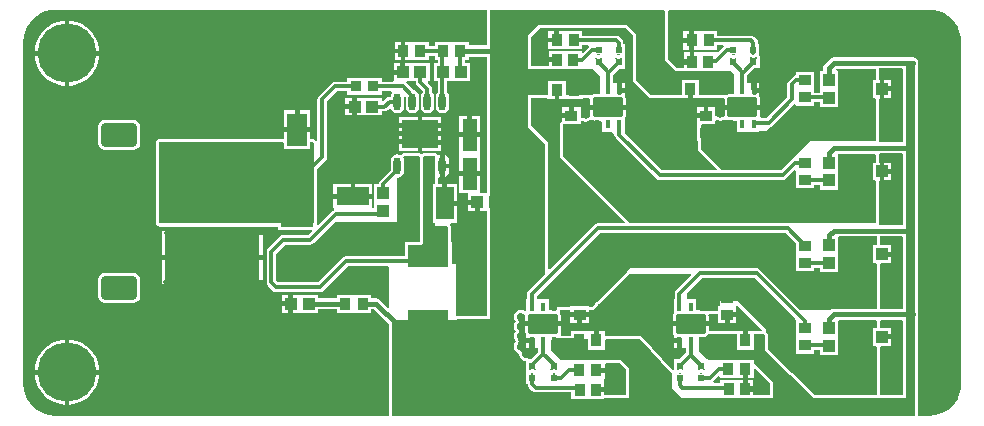
<source format=gtl>
G04 Layer_Physical_Order=1*
G04 Layer_Color=35562*
%FSAX24Y24*%
%MOIN*%
G70*
G01*
G75*
G04:AMPARAMS|DCode=10|XSize=98.4mil|YSize=68.9mil|CornerRadius=6.9mil|HoleSize=0mil|Usage=FLASHONLY|Rotation=180.000|XOffset=0mil|YOffset=0mil|HoleType=Round|Shape=RoundedRectangle|*
%AMROUNDEDRECTD10*
21,1,0.0984,0.0551,0,0,180.0*
21,1,0.0846,0.0689,0,0,180.0*
1,1,0.0138,-0.0423,0.0276*
1,1,0.0138,0.0423,0.0276*
1,1,0.0138,0.0423,-0.0276*
1,1,0.0138,-0.0423,-0.0276*
%
%ADD10ROUNDEDRECTD10*%
%ADD11R,0.0177X0.0307*%
%ADD12R,0.0413X0.0394*%
%ADD13R,0.0354X0.0413*%
%ADD14R,0.1220X0.0945*%
%ADD15O,0.0236X0.0571*%
%ADD16R,0.0394X0.0413*%
%ADD17R,0.0512X0.1063*%
%ADD18R,0.0591X0.1102*%
%ADD19R,0.1102X0.0591*%
%ADD20R,0.0374X0.0413*%
%ADD21R,0.0413X0.0374*%
%ADD22R,0.1080X0.0850*%
%ADD23R,0.0669X0.1102*%
%ADD24R,0.1350X0.0720*%
%ADD25R,0.0374X0.0374*%
%ADD26R,0.0413X0.0354*%
%ADD27R,0.0217X0.0217*%
%ADD28R,0.3150X0.1575*%
%ADD29C,0.0118*%
%ADD30C,0.0157*%
%ADD31C,0.0177*%
%ADD32C,0.0394*%
%ADD33R,0.0394X0.0394*%
%ADD34C,0.1969*%
G04:AMPARAMS|DCode=35|XSize=78.7mil|YSize=118.1mil|CornerRadius=11.8mil|HoleSize=0mil|Usage=FLASHONLY|Rotation=90.000|XOffset=0mil|YOffset=0mil|HoleType=Round|Shape=RoundedRectangle|*
%AMROUNDEDRECTD35*
21,1,0.0787,0.0945,0,0,90.0*
21,1,0.0551,0.1181,0,0,90.0*
1,1,0.0236,0.0472,0.0276*
1,1,0.0236,0.0472,-0.0276*
1,1,0.0236,-0.0472,-0.0276*
1,1,0.0236,-0.0472,0.0276*
%
%ADD35ROUNDEDRECTD35*%
%ADD36C,0.0256*%
%ADD37C,0.0236*%
%ADD38C,0.0276*%
G36*
X037942Y011635D02*
X037918Y011635D01*
X037855Y011675D01*
X037835Y011685D01*
X037751Y011635D01*
X037726Y011635D01*
X037726Y011686D01*
X037942Y011687D01*
X037942Y011635D01*
D02*
G37*
G36*
X037233D02*
X037209Y011635D01*
X037146Y011675D01*
X037126Y011685D01*
X037043Y011635D01*
X037017Y011635D01*
X037017Y011686D01*
X037233Y011687D01*
X037233Y011635D01*
D02*
G37*
G36*
X045433Y023657D02*
Y023657D01*
X045482Y023654D01*
X045599Y023645D01*
X045761Y023606D01*
X045914Y023543D01*
X046056Y023456D01*
X046182Y023348D01*
X046290Y023221D01*
X046377Y023080D01*
X046441Y022926D01*
X046480Y022764D01*
X046489Y022647D01*
X046492Y022598D01*
X046492D01*
X046492Y022598D01*
X046492Y011231D01*
X046492Y011181D01*
X046492Y011181D01*
Y011181D01*
Y011181D01*
X046489Y011132D01*
X046480Y011015D01*
X046441Y010854D01*
X046377Y010700D01*
X046290Y010558D01*
X046182Y010432D01*
X046056Y010324D01*
X045914Y010237D01*
X045761Y010173D01*
X045599Y010134D01*
X045435Y010122D01*
X045433Y010122D01*
X045098D01*
X045063Y010157D01*
Y013496D01*
X045064Y013504D01*
X045063Y013512D01*
X045063Y021882D01*
X045064Y021890D01*
X045063Y021898D01*
Y021929D01*
X045055Y021968D01*
X045033Y022001D01*
X045014Y022014D01*
X045011Y022019D01*
X044952Y022058D01*
X044882Y022072D01*
X042244D01*
X042174Y022058D01*
X042115Y022019D01*
X042115Y022019D01*
X041958Y021861D01*
X041918Y021802D01*
X041904Y021732D01*
X041904Y021732D01*
Y021626D01*
X041790D01*
Y021012D01*
Y020900D01*
X041606D01*
Y021015D01*
X041606D01*
Y021032D01*
X041606D01*
Y021586D01*
X040993D01*
Y021471D01*
X040932Y021459D01*
X040879Y021424D01*
X040751Y021296D01*
X040716Y021243D01*
X040704Y021181D01*
Y020736D01*
X040024Y020057D01*
X039838D01*
X039797Y020107D01*
X039802Y020131D01*
Y020328D01*
X038611D01*
Y020131D01*
X038593Y020109D01*
X038566Y020100D01*
X038560D01*
X038551Y020096D01*
X038541Y020094D01*
X038533Y020089D01*
X038524Y020085D01*
X038514Y020078D01*
X038465Y020068D01*
X038415Y020078D01*
X038406Y020085D01*
X038396Y020089D01*
X038388Y020094D01*
X038378Y020096D01*
X038369Y020100D01*
X038359D01*
X038349Y020102D01*
X038334D01*
X038299Y020131D01*
Y020415D01*
X038071D01*
Y020128D01*
X037992D01*
Y020049D01*
X037685D01*
Y019841D01*
Y019270D01*
X037733D01*
Y019016D01*
X037740Y018977D01*
X037763Y018944D01*
X038348Y018358D01*
X038329Y018312D01*
X036510D01*
X035284Y019537D01*
X035281Y019586D01*
X035281Y019586D01*
X035281Y019586D01*
Y020035D01*
X035300Y020065D01*
X035314Y020131D01*
Y020328D01*
X034123D01*
Y020131D01*
X034121Y020093D01*
X034108Y020088D01*
X034096Y020085D01*
X034090Y020080D01*
X034084Y020078D01*
X034026Y020039D01*
X033976Y020029D01*
X033927Y020039D01*
X033917Y020045D01*
X033903Y020051D01*
X033890Y020058D01*
X033885Y020059D01*
X033881Y020061D01*
X033866D01*
X033851Y020062D01*
X033827Y020079D01*
X033811Y020102D01*
Y020415D01*
X033583D01*
Y020128D01*
X033504D01*
Y020049D01*
X033197D01*
Y019937D01*
X033189Y019935D01*
X033156Y019913D01*
X033134Y019880D01*
X033126Y019841D01*
X033126Y018780D01*
X033134Y018741D01*
X033156Y018707D01*
X035277Y016586D01*
X035258Y016540D01*
X034384D01*
X034322Y016528D01*
X034270Y016493D01*
X032786Y015009D01*
X032740Y015028D01*
X032740Y019173D01*
X032732Y019212D01*
X032710Y019245D01*
X032149Y019806D01*
Y020725D01*
X032699D01*
X032735Y020689D01*
Y020678D01*
X032943D01*
Y020984D01*
X033100D01*
Y020678D01*
X033880D01*
Y020725D01*
X034092D01*
X034115Y020696D01*
X034123Y020675D01*
Y020485D01*
X035314D01*
Y020682D01*
X035300Y020748D01*
X035281Y020777D01*
Y020894D01*
X035092D01*
Y020973D01*
X035013D01*
Y021227D01*
X034880D01*
Y021479D01*
X035101Y021699D01*
X035288D01*
Y022006D01*
X035290Y022015D01*
X035290Y022066D01*
X035290Y022066D01*
X035290Y022066D01*
X035288Y022074D01*
Y022116D01*
X035287D01*
Y022511D01*
X035241D01*
Y022559D01*
X035229Y022621D01*
X035193Y022674D01*
X035115Y022752D01*
X035062Y022788D01*
X035000Y022800D01*
X033863D01*
Y022957D01*
X033343D01*
X033309Y022957D01*
X033301D01*
X033293D01*
X033259Y022957D01*
X033094D01*
Y022650D01*
X033015D01*
Y022572D01*
X032738D01*
Y022344D01*
X033259D01*
X033293Y022344D01*
X033301D01*
X033309D01*
X033343Y022344D01*
X033863D01*
Y022476D01*
X034075D01*
X034090Y022426D01*
X034078Y022418D01*
X033890Y022229D01*
X033844Y022249D01*
Y022288D01*
X032758D01*
Y022060D01*
X033035D01*
Y021902D01*
X032758D01*
Y021810D01*
X032739Y021795D01*
X032185Y021795D01*
X032149Y021830D01*
Y022753D01*
X032444Y023048D01*
X035308Y023048D01*
X035567Y022809D01*
X035567Y021312D01*
X035575Y021273D01*
X035597Y021240D01*
X036083Y020755D01*
X036116Y020733D01*
X036155Y020725D01*
X037148Y020725D01*
X037169Y020729D01*
X037183Y020717D01*
Y020717D01*
X037392D01*
Y021024D01*
X037549D01*
Y020717D01*
X038328D01*
Y020717D01*
X038336Y020725D01*
X038580D01*
X038612Y020686D01*
X038611Y020682D01*
Y020485D01*
X039802D01*
Y020682D01*
X039789Y020748D01*
X039769Y020777D01*
Y020894D01*
X039580D01*
Y020973D01*
X039502D01*
Y021227D01*
X039368D01*
Y021481D01*
X039375Y021485D01*
X039599Y021709D01*
X039776D01*
Y022016D01*
X039778Y022025D01*
X039778Y022076D01*
X039778Y022076D01*
X039778Y022076D01*
X039776Y022084D01*
Y022126D01*
X039775D01*
Y022521D01*
X039729D01*
Y022559D01*
X039717Y022621D01*
X039682Y022674D01*
X039603Y022752D01*
X039550Y022788D01*
X039488Y022800D01*
X038358D01*
Y022944D01*
X037837D01*
X037804Y022944D01*
X037795D01*
X037787D01*
X037754Y022944D01*
X037589D01*
Y022638D01*
Y022331D01*
X037754D01*
X037787Y022331D01*
X037795D01*
X037804D01*
X037837Y022331D01*
X038358D01*
Y022476D01*
X038563D01*
X038578Y022426D01*
X038566Y022418D01*
X038385Y022237D01*
X038338Y022236D01*
Y022236D01*
X038338Y022236D01*
X037608D01*
Y021929D01*
X037530D01*
Y021850D01*
X037252D01*
Y021751D01*
X037217Y021716D01*
X037005D01*
X036716Y022010D01*
Y023307D01*
X036716Y023307D01*
Y023622D01*
X036745Y023658D01*
X045433Y023658D01*
X045433Y023657D01*
D02*
G37*
G36*
X036614Y023622D02*
Y023307D01*
X036614D01*
Y021968D01*
X036962Y021614D01*
X038819Y021614D01*
X038937Y021496D01*
X038937Y020889D01*
X038902Y020854D01*
X038783D01*
X038717Y020841D01*
X038696Y020827D01*
X037757Y020827D01*
Y021330D01*
X037183D01*
Y020862D01*
X037148Y020827D01*
X036155Y020827D01*
X035669Y021312D01*
X035669Y022854D01*
X035347Y023150D01*
X032402Y023150D01*
X032047Y022795D01*
Y021693D01*
X032739Y021693D01*
X032758Y021674D01*
Y021674D01*
X033844D01*
Y021693D01*
X034213D01*
X034449Y021457D01*
Y020854D01*
X034295D01*
X034229Y020841D01*
X034208Y020827D01*
X033344Y020827D01*
X033309Y020862D01*
Y021291D01*
X032735D01*
Y020827D01*
X032047D01*
Y019764D01*
X032638Y019173D01*
X032638Y014861D01*
X032070Y014293D01*
X032035Y014241D01*
X032023Y014179D01*
Y014009D01*
X031996D01*
Y013636D01*
X031946Y013609D01*
X031900Y013640D01*
X031811Y013658D01*
X031722Y013640D01*
X031647Y013590D01*
X031596Y013514D01*
X031579Y013425D01*
X031596Y013336D01*
X031642Y013268D01*
X031596Y013199D01*
X031579Y013110D01*
X031596Y013021D01*
X031642Y012953D01*
X031596Y012884D01*
X031579Y012795D01*
X031596Y012706D01*
X031631Y012655D01*
X031643Y012618D01*
X031631Y012581D01*
X031596Y012530D01*
X031579Y012441D01*
X031596Y012352D01*
X031647Y012277D01*
X031722Y012226D01*
X031740Y012223D01*
X031765Y012185D01*
X031784Y012092D01*
X031836Y012014D01*
X031915Y011961D01*
X031996Y011945D01*
Y011694D01*
X031994Y011686D01*
X031994Y011635D01*
X031994Y011635D01*
X031994Y011635D01*
X031996Y011627D01*
Y011585D01*
X031996D01*
Y011189D01*
X032043D01*
Y011181D01*
X032055Y011119D01*
X032090Y011066D01*
X032208Y010948D01*
X032261Y010913D01*
X032323Y010901D01*
X033506D01*
Y010690D01*
X034592D01*
Y010709D01*
X035433D01*
X035433Y011693D01*
X035157Y011968D01*
X033150Y011969D01*
X033121Y011997D01*
Y012002D01*
X033116D01*
X032835Y012283D01*
X032835Y012642D01*
X032870Y012677D01*
X034054D01*
Y012331D01*
X034628D01*
Y012642D01*
X034663Y012677D01*
X035787D01*
X036850Y011508D01*
X036850Y011063D01*
X037205Y010709D01*
X040236Y010709D01*
Y011225D01*
X039578Y011893D01*
Y012000D01*
X039024D01*
Y012000D01*
X039007D01*
Y012000D01*
X038453D01*
Y011968D01*
X038071D01*
X038042Y011997D01*
Y012002D01*
X038038D01*
X037756Y012283D01*
Y012741D01*
X037904D01*
X037969Y012754D01*
X038025Y012792D01*
X038054Y012835D01*
X039014D01*
Y012331D01*
X039588D01*
Y012835D01*
X039927D01*
X039962Y012799D01*
X039960Y012274D01*
X041582Y010716D01*
X041579Y010709D01*
X044646Y010709D01*
X044646Y021894D01*
X044681Y021929D01*
X044961Y021929D01*
X044961Y010122D01*
X035468Y010122D01*
X030508D01*
X027520D01*
X027520Y013259D01*
X027570Y013307D01*
X029646D01*
Y013311D01*
X029681Y013346D01*
X030787Y013346D01*
X030787Y023657D01*
X036579Y023658D01*
X036614Y023622D01*
D02*
G37*
G36*
X037915Y011505D02*
X037755D01*
X037835Y011565D01*
X037915Y011505D01*
D02*
G37*
G36*
X037206D02*
X037046D01*
X037126Y011565D01*
X037206Y011505D01*
D02*
G37*
G36*
X033020Y011635D02*
X032996Y011635D01*
X032933Y011675D01*
X032913Y011685D01*
X032830Y011635D01*
X032805Y011635D01*
X032805Y011686D01*
X033020Y011687D01*
X033020Y011635D01*
D02*
G37*
G36*
X032312D02*
X032288Y011635D01*
X032225Y011675D01*
X032205Y011685D01*
X032121Y011635D01*
X032096Y011635D01*
X032096Y011686D01*
X032312Y011687D01*
X032312Y011635D01*
D02*
G37*
G36*
X043661Y021693D02*
Y021320D01*
X043561D01*
Y020727D01*
X043626D01*
X043661Y020691D01*
X043661Y019327D01*
X043626Y019291D01*
X041457Y019291D01*
X040996Y018830D01*
X040993D01*
Y018827D01*
X040477Y018312D01*
X038539D01*
X037835Y019016D01*
X037835Y019806D01*
X037870Y019841D01*
X038299D01*
Y019965D01*
X038334Y020000D01*
X038349D01*
X038376Y019982D01*
X038465Y019964D01*
X038554Y019982D01*
X038580Y020000D01*
X038675D01*
X038717Y019972D01*
X038783Y019958D01*
X039018D01*
Y019586D01*
X039769D01*
Y019606D01*
X040000D01*
X040135Y019741D01*
X040153Y019745D01*
X040206Y019780D01*
X040943Y020516D01*
X040993Y020496D01*
Y020461D01*
X041606D01*
Y020576D01*
X041790D01*
Y020422D01*
X042383D01*
Y021012D01*
Y021626D01*
X042348D01*
X042322Y021676D01*
X042335Y021693D01*
X043661Y021693D01*
D02*
G37*
G36*
X044544Y016082D02*
Y013686D01*
X043832D01*
X043803Y013722D01*
X043803Y015180D01*
X043838Y015215D01*
X044155D01*
Y015433D01*
X043858D01*
Y015591D01*
X044155D01*
Y015809D01*
X043832D01*
X043803Y015844D01*
Y016102D01*
X043815Y016117D01*
X044508D01*
X044544Y016082D01*
D02*
G37*
G36*
X040993Y015875D02*
Y015520D01*
X040993D01*
Y015504D01*
X040993D01*
Y014949D01*
X041606D01*
Y015064D01*
X041790D01*
Y014910D01*
X042383D01*
Y015500D01*
Y016067D01*
X042419Y016102D01*
X043651D01*
X043701Y016102D01*
Y015844D01*
X043701Y015844D01*
X043665Y015809D01*
X043561D01*
Y015215D01*
X043669D01*
X043701Y015180D01*
X043701Y013957D01*
Y013722D01*
X043665Y013686D01*
X042244D01*
X042174Y013672D01*
X042158Y013661D01*
X041135Y013661D01*
X039800Y014997D01*
X039747Y015032D01*
X039685Y015044D01*
X037795D01*
X037772Y015039D01*
X035472Y015039D01*
X035364Y014931D01*
X034365Y013932D01*
X034361Y013929D01*
X034324Y013905D01*
X034313Y013888D01*
X034313Y013888D01*
X034302Y013871D01*
X034302Y013871D01*
X034296Y013863D01*
X034180Y013747D01*
X034172Y013742D01*
X034163Y013740D01*
X034086D01*
Y013781D01*
X033473D01*
Y013740D01*
X033031D01*
Y013678D01*
X033002Y013642D01*
X032982Y013637D01*
X032748D01*
Y014009D01*
X032347D01*
Y014111D01*
X034452Y016216D01*
X040651D01*
X040993Y015875D01*
D02*
G37*
G36*
X024921Y019217D02*
X024921Y016535D01*
X019799Y016535D01*
X019764Y016571D01*
X019764Y019252D01*
X023900Y019252D01*
X023935Y019217D01*
Y019004D01*
X024805D01*
Y019252D01*
X024886D01*
X024921Y019217D01*
D02*
G37*
G36*
X044544Y021672D02*
Y019237D01*
X043782D01*
X043755Y019287D01*
X043756Y019288D01*
X043763Y019327D01*
X043763Y020691D01*
X043780Y020711D01*
Y021024D01*
Y021320D01*
X043763D01*
Y021693D01*
X043775Y021708D01*
X044508D01*
X044544Y021672D01*
D02*
G37*
G36*
X028456Y018744D02*
X028456Y015921D01*
X027965D01*
Y015438D01*
X025984D01*
X025922Y015425D01*
X025870Y015390D01*
X025051Y014572D01*
X023729D01*
X023666Y014634D01*
Y015523D01*
X023965Y015822D01*
X024803D01*
X024865Y015834D01*
X024918Y015870D01*
X025623Y016575D01*
X027708Y016575D01*
X027708Y018065D01*
X027791Y018082D01*
X027863Y018130D01*
X027911Y018202D01*
X027928Y018287D01*
Y018622D01*
X027911Y018707D01*
X027896Y018730D01*
X027923Y018780D01*
X028420Y018780D01*
X028456Y018744D01*
D02*
G37*
G36*
X028968Y018780D02*
X028968Y017891D01*
X028932Y017856D01*
X028887D01*
Y016554D01*
X028968D01*
Y016457D01*
X029365Y016457D01*
X029401Y016421D01*
X029401Y015433D01*
X028491Y015433D01*
X028456Y015468D01*
Y015819D01*
X028495Y015827D01*
X028528Y015849D01*
X028550Y015882D01*
X028558Y015921D01*
X028558Y018730D01*
X028593Y018780D01*
X028968Y018780D01*
D02*
G37*
G36*
X037497Y014812D02*
X036992Y014308D01*
X036956Y014255D01*
X036944Y014193D01*
Y014009D01*
X036918D01*
Y013560D01*
X036898Y013530D01*
X036885Y013465D01*
Y013268D01*
X038076D01*
Y013465D01*
X038072Y013481D01*
X038104Y013520D01*
X038394D01*
Y013207D01*
X038622D01*
Y013494D01*
X038701D01*
Y013573D01*
X039007D01*
Y013770D01*
X039025Y013782D01*
X039057Y013790D01*
X039219Y013629D01*
X039861Y012987D01*
X039841Y012937D01*
X039588D01*
Y012944D01*
X039380D01*
Y012638D01*
X039222D01*
Y012944D01*
X038443D01*
Y012937D01*
X038076D01*
Y013110D01*
X036885D01*
Y012913D01*
X036898Y012847D01*
X036918Y012818D01*
Y012701D01*
X037106D01*
Y012622D01*
X037185D01*
Y012369D01*
X037318D01*
Y012216D01*
X037104Y012002D01*
X036917D01*
Y011694D01*
X036915Y011686D01*
X036915Y011662D01*
X036865Y011643D01*
X035863Y012746D01*
X035861Y012747D01*
X035859Y012749D01*
X035845Y012759D01*
X035831Y012769D01*
X035828Y012770D01*
X035826Y012771D01*
X035809Y012775D01*
X035792Y012779D01*
X035790Y012779D01*
X035787Y012779D01*
X034663D01*
X034628Y012808D01*
Y012944D01*
X034419D01*
Y012638D01*
X034262D01*
Y012944D01*
X033483D01*
Y012800D01*
X033170D01*
X033142Y012847D01*
X033142Y012850D01*
X033154Y012913D01*
Y013110D01*
X031964D01*
Y012913D01*
X031977Y012847D01*
X031996Y012818D01*
Y012701D01*
X032185D01*
Y012622D01*
X032264D01*
Y012369D01*
X032397D01*
Y012255D01*
X032143Y012002D01*
X032080D01*
X032073Y012009D01*
X032068Y012017D01*
X032059Y012023D01*
X032052Y012030D01*
X032043Y012034D01*
X032035Y012039D01*
X032025Y012041D01*
X032015Y012045D01*
X031955Y012057D01*
X031910Y012087D01*
X031880Y012132D01*
X031865Y012205D01*
X031850Y012242D01*
X031850Y012242D01*
X031825Y012279D01*
X031825Y012279D01*
X031797Y012307D01*
X031763Y012321D01*
X031720Y012350D01*
X031692Y012392D01*
X031683Y012441D01*
X031692Y012490D01*
X031716Y012525D01*
X031721Y012538D01*
X031728Y012550D01*
X031740Y012587D01*
X031741Y012599D01*
X031744Y012610D01*
X031743Y012618D01*
X031744Y012626D01*
X031741Y012638D01*
X031740Y012649D01*
X031728Y012686D01*
X031721Y012698D01*
X031716Y012711D01*
X031692Y012746D01*
X031683Y012795D01*
X031692Y012844D01*
X031727Y012896D01*
X031727Y012896D01*
X031742Y012933D01*
Y012973D01*
X031727Y013009D01*
X031727Y013009D01*
X031692Y013061D01*
X031683Y013110D01*
X031692Y013159D01*
X031727Y013211D01*
X031727Y013211D01*
X031742Y013248D01*
Y013288D01*
Y013288D01*
X031727Y013324D01*
X031727Y013324D01*
X031722Y013332D01*
X031692Y013376D01*
X031683Y013425D01*
X031692Y013474D01*
X031720Y013516D01*
X031762Y013544D01*
X031811Y013554D01*
X031860Y013544D01*
X031890Y013524D01*
X031904Y013518D01*
X031917Y013511D01*
X031922Y013511D01*
X031927Y013509D01*
X031959Y013474D01*
X031963Y013466D01*
X031964Y013460D01*
Y013268D01*
X033154D01*
Y013465D01*
X033141Y013530D01*
X033122Y013560D01*
Y013619D01*
X033123Y013623D01*
X033126Y013627D01*
X033128Y013638D01*
X033473D01*
Y013573D01*
X034086D01*
Y013638D01*
X034173D01*
X034212Y013646D01*
X034245Y013668D01*
X034368Y013791D01*
X034374Y013799D01*
X034381Y013806D01*
X034397Y013831D01*
X034422Y013847D01*
X034429Y013854D01*
X034437Y013860D01*
X035436Y014859D01*
X037477D01*
X037497Y014812D01*
D02*
G37*
G36*
X034229Y019972D02*
X034295Y019958D01*
X034490D01*
X034530Y019919D01*
Y019586D01*
X034863D01*
X034930Y019519D01*
Y019500D01*
X034942Y019438D01*
X034977Y019385D01*
X036328Y018035D01*
X036380Y018000D01*
X036442Y017987D01*
X040551D01*
X040613Y018000D01*
X040666Y018035D01*
X040946Y018315D01*
X040957Y018311D01*
X040993Y018276D01*
Y018259D01*
X040993D01*
Y017705D01*
X041606D01*
Y017820D01*
X041790D01*
Y017666D01*
X042383D01*
Y018256D01*
Y018858D01*
X043626D01*
X043661Y018823D01*
Y018565D01*
X043561D01*
Y017971D01*
X043626D01*
X043661Y017936D01*
X043661Y016535D01*
X040742Y016535D01*
X040718Y016540D01*
X035468D01*
X033228Y018780D01*
X033228Y019841D01*
X033811D01*
Y019934D01*
X033861Y019961D01*
X033887Y019943D01*
X033976Y019925D01*
X034065Y019943D01*
X034141Y019993D01*
X034192Y019997D01*
X034229Y019972D01*
D02*
G37*
G36*
X039567Y022146D02*
X039487Y022206D01*
X039647D01*
X039567Y022146D01*
D02*
G37*
G36*
X040134Y011184D02*
Y010811D01*
X039594D01*
X039559Y010846D01*
Y010945D01*
X039281D01*
Y011102D01*
X039559D01*
Y011330D01*
X038473D01*
Y011225D01*
X038248D01*
X038233Y011275D01*
X038245Y011283D01*
X038407Y011445D01*
X038453Y011426D01*
Y011386D01*
X039007D01*
Y011386D01*
X039024D01*
Y011386D01*
X039578D01*
Y011682D01*
X039625Y011701D01*
X040134Y011184D01*
D02*
G37*
G36*
X035079Y022136D02*
X034999Y022196D01*
X035159D01*
X035079Y022136D01*
D02*
G37*
G36*
X038898D02*
X038818Y022196D01*
X038978D01*
X038898Y022136D01*
D02*
G37*
G36*
X035115Y011867D02*
X035331Y011651D01*
X035331Y010811D01*
X034592D01*
Y010918D01*
X034315D01*
Y011076D01*
X034592D01*
Y011304D01*
X034592Y011304D01*
X034592D01*
X034592Y011304D01*
X034608Y011347D01*
X034618D01*
Y011575D01*
X034341D01*
Y011732D01*
X034618D01*
Y011831D01*
X034653Y011867D01*
X035115D01*
D02*
G37*
G36*
X044544Y018838D02*
Y016481D01*
X043801D01*
X043763Y016531D01*
X043763Y016535D01*
X043763Y017936D01*
X043780Y017955D01*
Y018268D01*
Y018565D01*
X043763D01*
Y018823D01*
X043804Y018873D01*
X044508D01*
X044544Y018838D01*
D02*
G37*
G36*
X030685Y023650D02*
Y022511D01*
X030650Y022476D01*
X030081D01*
Y022590D01*
X029527D01*
Y022590D01*
X029510D01*
Y022590D01*
X028956D01*
Y022446D01*
X028743D01*
Y022590D01*
X028222D01*
X028188Y022590D01*
X028180D01*
X028172D01*
X028138Y022590D01*
X027973D01*
Y022283D01*
Y021977D01*
X028138D01*
X028172Y021977D01*
X028180D01*
X028188D01*
X028222Y021977D01*
X028743D01*
Y022121D01*
X028956D01*
Y021977D01*
X029044D01*
Y021872D01*
X028917D01*
Y021278D01*
X029044D01*
Y020918D01*
X029000Y020853D01*
X028983Y020768D01*
Y020433D01*
X029000Y020348D01*
X029048Y020276D01*
X029121Y020228D01*
X029206Y020211D01*
X029291Y020228D01*
X029363Y020276D01*
X029411Y020348D01*
X029428Y020433D01*
Y020768D01*
X029411Y020853D01*
X029368Y020918D01*
Y021278D01*
X030121D01*
Y021872D01*
X029966D01*
Y021977D01*
X030081D01*
Y022091D01*
X030685D01*
X030685Y017576D01*
X030650Y017541D01*
X030517D01*
X030474Y017557D01*
X030474Y017591D01*
Y018110D01*
X029762D01*
Y017557D01*
X030024D01*
X030067Y017541D01*
X030067Y017507D01*
Y017323D01*
X030374D01*
Y017244D01*
X030453D01*
Y016947D01*
X030685D01*
X030685Y013484D01*
X030650Y013448D01*
X029681Y013448D01*
X029646Y013477D01*
Y015197D01*
X029551D01*
X029515Y015232D01*
Y015921D01*
X029515D01*
X029503Y015934D01*
X029503Y016421D01*
X029495Y016460D01*
X029473Y016493D01*
X029463Y016504D01*
X029483Y016554D01*
X029678D01*
Y017126D01*
X029282D01*
Y017205D01*
X029204D01*
Y017856D01*
X029098D01*
X029069Y017891D01*
Y018063D01*
X029114Y018087D01*
X029121Y018082D01*
X029127Y018081D01*
Y018455D01*
Y018829D01*
X029121Y018828D01*
X029090Y018807D01*
X029062Y018819D01*
X029040Y018852D01*
X029007Y018874D01*
X028968Y018881D01*
X028593Y018881D01*
X028584Y018880D01*
X028576Y018880D01*
X028565Y018876D01*
X028554Y018874D01*
X028547Y018869D01*
X028539Y018866D01*
X028530Y018858D01*
X028521Y018852D01*
X028473Y018865D01*
X028459Y018874D01*
X028420Y018881D01*
X027923Y018881D01*
X027908Y018879D01*
X027893Y018877D01*
X027889Y018875D01*
X027884Y018874D01*
X027871Y018865D01*
X027858Y018858D01*
X027855Y018854D01*
X027851Y018852D01*
X027843Y018839D01*
X027833Y018828D01*
X027802Y018820D01*
X027791Y018828D01*
X027706Y018844D01*
X027621Y018828D01*
X027548Y018779D01*
X027500Y018707D01*
X027483Y018622D01*
Y018312D01*
X027121Y017949D01*
X027085Y017897D01*
X027075Y017846D01*
X026938D01*
Y017233D01*
Y017052D01*
X026921Y017045D01*
X026900Y017053D01*
X026872Y017078D01*
Y017362D01*
X025569D01*
Y017046D01*
X025592D01*
X025600Y017023D01*
X025600Y016996D01*
X025555Y016965D01*
X025056Y016467D01*
X025049Y016470D01*
X025015Y016496D01*
X025023Y016535D01*
X025023Y018337D01*
X025312Y018625D01*
X025347Y018678D01*
X025359Y018740D01*
Y020602D01*
X025697Y020940D01*
X026033D01*
Y020815D01*
X027178D01*
Y020940D01*
X027499D01*
X027525Y020890D01*
X027500Y020853D01*
X027483Y020768D01*
Y020763D01*
X027442D01*
X027380Y020750D01*
X027327Y020715D01*
X027227Y020615D01*
X027177Y020635D01*
Y020730D01*
X026358D01*
Y020433D01*
Y020136D01*
X027177D01*
Y020271D01*
X027275D01*
X027337Y020283D01*
X027389Y020318D01*
X027449Y020378D01*
X027497Y020364D01*
X027500Y020348D01*
X027548Y020276D01*
X027621Y020228D01*
X027706Y020211D01*
X027791Y020228D01*
X027863Y020276D01*
X027911Y020348D01*
X027928Y020433D01*
Y020737D01*
X027929Y020738D01*
X027978Y020760D01*
X027983Y020756D01*
Y020433D01*
X028000Y020348D01*
X028048Y020276D01*
X028121Y020228D01*
X028206Y020211D01*
X028291Y020228D01*
X028363Y020276D01*
X028411Y020348D01*
X028428Y020433D01*
Y020768D01*
X028411Y020853D01*
X028363Y020925D01*
X028291Y020973D01*
X028256Y020980D01*
X028019Y021217D01*
X028003Y021228D01*
X028018Y021278D01*
X028313D01*
Y021240D01*
X028326Y021178D01*
X028361Y021125D01*
X028544Y020943D01*
Y020918D01*
X028500Y020853D01*
X028483Y020768D01*
Y020433D01*
X028500Y020348D01*
X028548Y020276D01*
X028621Y020228D01*
X028706Y020211D01*
X028791Y020228D01*
X028863Y020276D01*
X028911Y020348D01*
X028928Y020433D01*
Y020768D01*
X028911Y020853D01*
X028868Y020918D01*
Y021010D01*
X028856Y021072D01*
X028820Y021125D01*
X028713Y021232D01*
X028732Y021278D01*
X028782D01*
Y021872D01*
X027964D01*
Y021575D01*
X027885D01*
Y021496D01*
X027578D01*
Y021315D01*
X027578Y021278D01*
X027534Y021265D01*
X027178D01*
Y021389D01*
X026033D01*
Y021265D01*
X025630D01*
X025568Y021252D01*
X025515Y021217D01*
X025082Y020784D01*
X025047Y020731D01*
X025035Y020669D01*
Y019317D01*
X025018Y019306D01*
X024985Y019297D01*
X024958Y019324D01*
X024925Y019346D01*
X024886Y019354D01*
X024805D01*
Y019577D01*
X023935D01*
Y019383D01*
X023900Y019354D01*
X019764Y019354D01*
X019725Y019346D01*
X019692Y019324D01*
X019670Y019291D01*
X019662Y019252D01*
X019662Y016571D01*
X019670Y016532D01*
X019692Y016499D01*
X019727Y016463D01*
X019760Y016441D01*
X019799Y016433D01*
X023730Y016433D01*
Y016329D01*
X024854D01*
X024873Y016283D01*
X024736Y016146D01*
X023898D01*
X023836Y016134D01*
X023783Y016099D01*
X023389Y015705D01*
X023354Y015653D01*
X023342Y015591D01*
Y014567D01*
X023354Y014505D01*
X023389Y014452D01*
X023547Y014295D01*
X023599Y014260D01*
X023661Y014247D01*
X025118D01*
X025180Y014260D01*
X025233Y014295D01*
X026051Y015113D01*
X027406D01*
X027441Y015078D01*
X027441Y013748D01*
X027395Y013729D01*
X027137Y013987D01*
X027078Y014027D01*
X027008Y014040D01*
X027008Y014040D01*
X026822D01*
Y014165D01*
X026302D01*
X026268Y014165D01*
X026260D01*
X026252D01*
X026218Y014165D01*
X025697D01*
Y014040D01*
X025051D01*
Y014155D01*
X024232D01*
Y013858D01*
Y013561D01*
X025051D01*
Y013676D01*
X025697D01*
Y013552D01*
X026218D01*
X026252Y013552D01*
X026260D01*
X026268D01*
X026302Y013552D01*
X026822D01*
Y013676D01*
X026932D01*
X027418Y013191D01*
X027418Y010157D01*
X027382Y010122D01*
X016299Y010122D01*
X016297Y010122D01*
X016133Y010134D01*
X015972Y010173D01*
X015818Y010237D01*
X015676Y010324D01*
X015550Y010432D01*
X015442Y010558D01*
X015355Y010700D01*
X015291Y010854D01*
X015253Y011015D01*
X015240Y011179D01*
X015240Y011181D01*
X015240Y022598D01*
X015240Y022601D01*
X015253Y022764D01*
X015291Y022926D01*
X015355Y023080D01*
X015442Y023221D01*
X015550Y023348D01*
X015676Y023456D01*
X015818Y023543D01*
X015972Y023606D01*
X016133Y023645D01*
X016251Y023654D01*
X016299Y023657D01*
X016299Y023657D01*
X016349Y023657D01*
X016349Y023657D01*
X016349Y023657D01*
X016349Y023657D01*
X030635Y023657D01*
X030685Y023650D01*
D02*
G37*
G36*
X044544Y013286D02*
Y010811D01*
X043853D01*
X043803Y010811D01*
X043803Y012424D01*
X043832Y012459D01*
X044155D01*
Y012677D01*
X043858D01*
Y012835D01*
X044155D01*
Y013053D01*
X043803D01*
Y013272D01*
X043843Y013322D01*
X044508D01*
X044544Y013286D01*
D02*
G37*
G36*
X040975Y013363D02*
X040993Y013319D01*
X040993D01*
X040993Y013319D01*
Y012764D01*
X040993D01*
Y012748D01*
X040993D01*
Y012193D01*
X041606D01*
Y012308D01*
X041790D01*
Y012154D01*
X042383D01*
Y012744D01*
Y013272D01*
X042419Y013307D01*
X043665Y013307D01*
X043701Y013272D01*
Y013053D01*
X043561D01*
Y012459D01*
X043665D01*
X043701Y012424D01*
X043701Y010811D01*
X041630Y010811D01*
X040062Y012317D01*
X040064Y012799D01*
X040064Y012799D01*
X040064Y012799D01*
X040060Y012818D01*
X040056Y012838D01*
X040056Y012838D01*
X040056Y012838D01*
X040045Y012855D01*
X040034Y012871D01*
X040034Y012871D01*
X040034Y012871D01*
X040000Y012905D01*
Y012992D01*
X039291Y013701D01*
X039055Y013937D01*
X038465D01*
Y013781D01*
X038394D01*
Y013622D01*
X037972D01*
X037969Y013624D01*
X037904Y013637D01*
X037669D01*
Y014009D01*
X037362D01*
Y014219D01*
X037862Y014720D01*
X039618D01*
X040975Y013363D01*
D02*
G37*
G36*
X038815Y022065D02*
X038878Y022026D01*
X038898Y022016D01*
X038981Y022066D01*
X039006Y022066D01*
X039006Y022014D01*
X038791Y022014D01*
X038791Y022066D01*
X038815Y022065D01*
D02*
G37*
G36*
X032285Y011505D02*
X032125D01*
X032205Y011565D01*
X032285Y011505D01*
D02*
G37*
G36*
X034996Y022065D02*
X035059Y022026D01*
X035079Y022016D01*
X035162Y022066D01*
X035188Y022066D01*
X035188Y022014D01*
X034972Y022014D01*
X034972Y022066D01*
X034996Y022065D01*
D02*
G37*
G36*
X034326D02*
X034389Y022026D01*
X034409Y022016D01*
X034493Y022066D01*
X034518Y022066D01*
X034518Y022014D01*
X034302Y022014D01*
X034302Y022066D01*
X034326Y022065D01*
D02*
G37*
G36*
X032993Y011505D02*
X032833D01*
X032913Y011565D01*
X032993Y011505D01*
D02*
G37*
G36*
X034409Y022136D02*
X034329Y022196D01*
X034489D01*
X034409Y022136D01*
D02*
G37*
G36*
X039484Y022075D02*
X039547Y022036D01*
X039567Y022026D01*
X039650Y022076D01*
X039676Y022076D01*
X039676Y022025D01*
X039460Y022024D01*
X039460Y022076D01*
X039484Y022075D01*
D02*
G37*
%LPC*%
G36*
X030295Y017165D02*
X030067D01*
Y016947D01*
X030295D01*
Y017165D01*
D02*
G37*
G36*
X018905Y014888D02*
X017960D01*
X017875Y014871D01*
X017803Y014823D01*
X017754Y014750D01*
X017737Y014665D01*
Y014114D01*
X017754Y014029D01*
X017803Y013957D01*
X017875Y013909D01*
X017960Y013892D01*
X018905D01*
X018990Y013909D01*
X019062Y013957D01*
X019110Y014029D01*
X019127Y014114D01*
Y014665D01*
X019110Y014750D01*
X019062Y014823D01*
X018990Y014871D01*
X018905Y014888D01*
D02*
G37*
G36*
X023210Y016281D02*
X021614D01*
Y015472D01*
X023210D01*
Y016281D01*
D02*
G37*
G36*
X021457D02*
X019861D01*
Y015472D01*
X021457D01*
Y016281D01*
D02*
G37*
G36*
X023210Y015315D02*
X021614D01*
Y014506D01*
X023210D01*
Y015315D01*
D02*
G37*
G36*
X024075Y014155D02*
X023847D01*
Y013937D01*
X024075D01*
Y014155D01*
D02*
G37*
G36*
X021457Y015315D02*
X019861D01*
Y014506D01*
X021457D01*
Y015315D01*
D02*
G37*
G36*
X016772Y012656D02*
Y011654D01*
X017774D01*
X017767Y011745D01*
X017727Y011911D01*
X017662Y012069D01*
X017573Y012214D01*
X017462Y012344D01*
X017332Y012455D01*
X017187Y012544D01*
X017029Y012609D01*
X016863Y012649D01*
X016772Y012656D01*
D02*
G37*
G36*
X032106Y012543D02*
X031996D01*
Y012369D01*
X032106D01*
Y012543D01*
D02*
G37*
G36*
X016614Y012656D02*
X016523Y012649D01*
X016357Y012609D01*
X016199Y012544D01*
X016054Y012455D01*
X015924Y012344D01*
X015813Y012214D01*
X015724Y012069D01*
X015659Y011911D01*
X015619Y011745D01*
X015611Y011654D01*
X016614D01*
Y012656D01*
D02*
G37*
G36*
Y011496D02*
X015611D01*
X015619Y011405D01*
X015659Y011239D01*
X015724Y011081D01*
X015813Y010936D01*
X015924Y010806D01*
X016054Y010695D01*
X016199Y010606D01*
X016357Y010540D01*
X016523Y010501D01*
X016614Y010493D01*
Y011496D01*
D02*
G37*
G36*
X017774D02*
X016772D01*
Y010493D01*
X016863Y010501D01*
X017029Y010540D01*
X017187Y010606D01*
X017332Y010695D01*
X017462Y010806D01*
X017573Y010936D01*
X017662Y011081D01*
X017727Y011239D01*
X017767Y011405D01*
X017774Y011496D01*
D02*
G37*
G36*
X039007Y013415D02*
X038780D01*
Y013207D01*
X039007D01*
Y013415D01*
D02*
G37*
G36*
X024075Y013780D02*
X023847D01*
Y013561D01*
X024075D01*
Y013780D01*
D02*
G37*
G36*
X034086Y013415D02*
X033858D01*
Y013207D01*
X034086D01*
Y013415D01*
D02*
G37*
G36*
X037028Y012543D02*
X036918D01*
Y012369D01*
X037028D01*
Y012543D01*
D02*
G37*
G36*
X033701Y013415D02*
X033473D01*
Y013207D01*
X033701D01*
Y013415D01*
D02*
G37*
G36*
X029678Y017856D02*
X029361D01*
Y017283D01*
X029678D01*
Y017856D01*
D02*
G37*
G36*
X044155Y021320D02*
X043937D01*
Y021102D01*
X044155D01*
Y021320D01*
D02*
G37*
G36*
X039769Y021227D02*
X039659D01*
Y021052D01*
X039769D01*
Y021227D01*
D02*
G37*
G36*
X017774Y022126D02*
X016772D01*
Y021123D01*
X016863Y021131D01*
X017029Y021170D01*
X017187Y021236D01*
X017332Y021325D01*
X017462Y021436D01*
X017573Y021565D01*
X017662Y021711D01*
X017727Y021869D01*
X017767Y022035D01*
X017774Y022126D01*
D02*
G37*
G36*
X016614D02*
X015611D01*
X015619Y022035D01*
X015659Y021869D01*
X015724Y021711D01*
X015813Y021565D01*
X015924Y021436D01*
X016054Y021325D01*
X016199Y021236D01*
X016357Y021170D01*
X016523Y021131D01*
X016614Y021123D01*
Y022126D01*
D02*
G37*
G36*
X026201Y020730D02*
X025973D01*
Y020512D01*
X026201D01*
Y020730D01*
D02*
G37*
G36*
X037913Y020415D02*
X037685D01*
Y020207D01*
X037913D01*
Y020415D01*
D02*
G37*
G36*
X035281Y021227D02*
X035171D01*
Y021052D01*
X035281D01*
Y021227D01*
D02*
G37*
G36*
X044155Y020945D02*
X043937D01*
Y020727D01*
X044155D01*
Y020945D01*
D02*
G37*
G36*
X027806Y021872D02*
X027578D01*
Y021654D01*
X027806D01*
Y021872D01*
D02*
G37*
G36*
X027816Y022590D02*
X027618D01*
Y022362D01*
X027816D01*
Y022590D01*
D02*
G37*
G36*
X037431Y022559D02*
X037233D01*
Y022331D01*
X037431D01*
Y022559D01*
D02*
G37*
G36*
X032937Y022957D02*
X032738D01*
Y022729D01*
X032937D01*
Y022957D01*
D02*
G37*
G36*
X037431Y022944D02*
X037233D01*
Y022717D01*
X037431D01*
Y022944D01*
D02*
G37*
G36*
X037451Y022236D02*
X037252D01*
Y022008D01*
X037451D01*
Y022236D01*
D02*
G37*
G36*
X027816Y022205D02*
X027618D01*
Y021977D01*
X027816D01*
Y022205D01*
D02*
G37*
G36*
X016772Y023286D02*
Y022283D01*
X017774D01*
X017767Y022375D01*
X017727Y022541D01*
X017662Y022698D01*
X017573Y022844D01*
X017462Y022974D01*
X017332Y023085D01*
X017187Y023174D01*
X017029Y023239D01*
X016863Y023279D01*
X016772Y023286D01*
D02*
G37*
G36*
X016614D02*
X016523Y023279D01*
X016357Y023239D01*
X016199Y023174D01*
X016054Y023085D01*
X015924Y022974D01*
X015813Y022844D01*
X015724Y022698D01*
X015659Y022541D01*
X015619Y022375D01*
X015611Y022283D01*
X016614D01*
Y023286D01*
D02*
G37*
G36*
X033425Y020415D02*
X033197D01*
Y020207D01*
X033425D01*
Y020415D01*
D02*
G37*
G36*
X044155Y018565D02*
X043937D01*
Y018346D01*
X044155D01*
Y018565D01*
D02*
G37*
G36*
X030474Y019409D02*
X029762D01*
Y018870D01*
X029762Y018857D01*
Y018839D01*
Y018820D01*
X029762Y018807D01*
Y018268D01*
X030474D01*
Y018807D01*
X030474Y018820D01*
Y018839D01*
Y018857D01*
X030474Y018870D01*
Y019409D01*
D02*
G37*
G36*
X028377Y019449D02*
X027745D01*
Y018955D01*
X028377D01*
Y019449D01*
D02*
G37*
G36*
X029284Y018829D02*
Y018533D01*
X029428D01*
Y018622D01*
X029411Y018707D01*
X029363Y018779D01*
X029291Y018828D01*
X029284Y018829D01*
D02*
G37*
G36*
X026872Y017836D02*
X026299D01*
Y017520D01*
X026872D01*
Y017836D01*
D02*
G37*
G36*
X026142D02*
X025569D01*
Y017520D01*
X026142D01*
Y017836D01*
D02*
G37*
G36*
X029428Y018376D02*
X029284D01*
Y018081D01*
X029291Y018082D01*
X029363Y018130D01*
X029411Y018202D01*
X029428Y018287D01*
Y018376D01*
D02*
G37*
G36*
X044155Y018189D02*
X043937D01*
Y017971D01*
X044155D01*
Y018189D01*
D02*
G37*
G36*
X029166Y019449D02*
X028534D01*
Y018955D01*
X029166D01*
Y019449D01*
D02*
G37*
G36*
X024291Y020307D02*
X023935D01*
Y019734D01*
X024291D01*
Y020307D01*
D02*
G37*
G36*
X029166Y020100D02*
X028534D01*
Y019606D01*
X029166D01*
Y020100D01*
D02*
G37*
G36*
X026201Y020354D02*
X025973D01*
Y020136D01*
X026201D01*
Y020354D01*
D02*
G37*
G36*
X024805Y020307D02*
X024449D01*
Y019734D01*
X024805D01*
Y020307D01*
D02*
G37*
G36*
X030039Y020120D02*
X029762D01*
Y019567D01*
X030039D01*
Y020120D01*
D02*
G37*
G36*
X018905Y019988D02*
X017960D01*
X017875Y019971D01*
X017803Y019923D01*
X017754Y019850D01*
X017737Y019765D01*
Y019214D01*
X017754Y019129D01*
X017803Y019057D01*
X017875Y019009D01*
X017960Y018992D01*
X018905D01*
X018990Y019009D01*
X019062Y019057D01*
X019110Y019129D01*
X019127Y019214D01*
Y019765D01*
X019110Y019850D01*
X019062Y019923D01*
X018990Y019971D01*
X018905Y019988D01*
D02*
G37*
G36*
X028377Y020100D02*
X027745D01*
Y019606D01*
X028377D01*
Y020100D01*
D02*
G37*
G36*
X030474Y020120D02*
X030197D01*
Y019567D01*
X030474D01*
Y020120D01*
D02*
G37*
%LPD*%
D10*
X032559Y013189D02*
D03*
X037480D02*
D03*
X034718Y020406D02*
D03*
X039206D02*
D03*
D11*
X032933Y012622D02*
D03*
X032559D02*
D03*
X032185D02*
D03*
Y013756D02*
D03*
X032559D02*
D03*
X032933D02*
D03*
X037854Y012622D02*
D03*
X037480D02*
D03*
X037106D02*
D03*
Y013756D02*
D03*
X037480D02*
D03*
X037854D02*
D03*
X034344Y020973D02*
D03*
X034718D02*
D03*
X035092D02*
D03*
Y019839D02*
D03*
X034718D02*
D03*
X034344D02*
D03*
X038832Y020973D02*
D03*
X039206D02*
D03*
X039580D02*
D03*
Y019839D02*
D03*
X039206D02*
D03*
X038832D02*
D03*
D12*
X024154Y013858D02*
D03*
X024744D02*
D03*
X030374Y017244D02*
D03*
X030965D02*
D03*
X029223Y021575D02*
D03*
X029814D02*
D03*
X026280Y020433D02*
D03*
X026870D02*
D03*
X027885Y021575D02*
D03*
X028475D02*
D03*
D13*
X025974Y013858D02*
D03*
X026545D02*
D03*
X029804Y022283D02*
D03*
X029233D02*
D03*
X028466D02*
D03*
X027895D02*
D03*
X038081Y022638D02*
D03*
X037510D02*
D03*
X038061Y021929D02*
D03*
X037530D02*
D03*
X033770Y011654D02*
D03*
X034341D02*
D03*
X033783Y010997D02*
D03*
X034315D02*
D03*
X038730Y011693D02*
D03*
X039301D02*
D03*
X038750Y011024D02*
D03*
X039281D02*
D03*
X033586Y022650D02*
D03*
X033015D02*
D03*
X033567Y021981D02*
D03*
X033035D02*
D03*
D14*
X028456Y019528D02*
D03*
D15*
X029206Y020600D02*
D03*
X028706D02*
D03*
X028206D02*
D03*
X027706D02*
D03*
X029206Y018455D02*
D03*
X028706D02*
D03*
X028206D02*
D03*
X027706D02*
D03*
D16*
X027235Y017539D02*
D03*
Y016949D02*
D03*
X042087Y021319D02*
D03*
Y020728D02*
D03*
Y015807D02*
D03*
Y015217D02*
D03*
Y013051D02*
D03*
Y012461D02*
D03*
Y018563D02*
D03*
Y017972D02*
D03*
D17*
X031220Y019488D02*
D03*
X030118D02*
D03*
X031220Y018189D02*
D03*
X030118D02*
D03*
D18*
X029282Y017205D02*
D03*
X028101D02*
D03*
D19*
X026220Y017441D02*
D03*
Y016260D02*
D03*
D20*
X037470Y021024D02*
D03*
X038041D02*
D03*
X034341Y012638D02*
D03*
X033770D02*
D03*
X039301Y012638D02*
D03*
X038730D02*
D03*
X033022Y020984D02*
D03*
X033593D02*
D03*
D21*
X037992Y020128D02*
D03*
Y019557D02*
D03*
X033780Y013494D02*
D03*
Y014065D02*
D03*
X038701Y013494D02*
D03*
Y014065D02*
D03*
X033504Y020128D02*
D03*
Y019557D02*
D03*
D22*
X024370Y015114D02*
D03*
Y016854D02*
D03*
D23*
Y018376D02*
D03*
Y019656D02*
D03*
D24*
X028740Y015461D02*
D03*
Y013280D02*
D03*
D25*
X026320Y021102D02*
D03*
X026891D02*
D03*
D26*
X041299Y020738D02*
D03*
Y021309D02*
D03*
Y015226D02*
D03*
Y015797D02*
D03*
Y012470D02*
D03*
Y013041D02*
D03*
Y017982D02*
D03*
Y018553D02*
D03*
D27*
X032912Y011793D02*
D03*
X032913Y011398D02*
D03*
X032204Y011793D02*
D03*
X032205Y011398D02*
D03*
X037834Y011793D02*
D03*
X037835Y011398D02*
D03*
X037125Y011793D02*
D03*
X037126Y011398D02*
D03*
X035080Y021907D02*
D03*
X035079Y022303D02*
D03*
X034410Y021907D02*
D03*
X034409Y022303D02*
D03*
X038899Y021907D02*
D03*
X038898Y022303D02*
D03*
X039568Y021917D02*
D03*
X039567Y022313D02*
D03*
D28*
X021535Y018386D02*
D03*
Y015394D02*
D03*
D29*
X040955Y018553D02*
X041152D01*
X040551Y018150D02*
X040955Y018553D01*
X036442Y018150D02*
X040551D01*
X040718Y016378D02*
X041299Y015797D01*
X034384Y016378D02*
X040718D01*
X032185Y014179D02*
X034384Y016378D01*
X039685Y014882D02*
X041299Y013268D01*
X037795Y014882D02*
X039685D01*
X037106Y014193D02*
X037795Y014882D01*
X041299Y013041D02*
Y013268D01*
X042077Y012470D02*
X042087Y012461D01*
X041299Y012470D02*
X042077D01*
X041299Y015226D02*
X042077D01*
X041299Y017982D02*
X042077D01*
X035092Y019500D02*
X036442Y018150D01*
X041299Y020738D02*
X042077D01*
X040994Y021309D02*
X041299D01*
X040866Y021181D02*
X040994Y021309D01*
X040866Y020669D02*
Y021181D01*
X040091Y019894D02*
X040866Y020669D01*
X034718Y021546D02*
X035080Y021907D01*
X028466Y022283D02*
X029194D01*
X029206Y020600D02*
Y022283D01*
X027275Y020433D02*
X027442Y020600D01*
X027706D01*
X028175Y020617D02*
Y020831D01*
X027905Y021102D02*
X028175Y020831D01*
X026891Y021102D02*
X027905D01*
X028706Y020600D02*
Y021010D01*
X028475Y021240D02*
X028706Y021010D01*
X028475Y021240D02*
Y021693D01*
X029804Y021585D02*
Y022283D01*
X027706Y018305D02*
Y018455D01*
X025630Y021102D02*
X026320D01*
X026870Y020433D02*
X027275D01*
X037480Y012147D02*
Y012677D01*
Y012147D02*
X037834Y011793D01*
X037479Y012147D02*
X037480D01*
X037125Y011793D02*
X037479Y012147D01*
X032559Y012188D02*
Y012638D01*
X032204Y011833D02*
X032559Y012188D01*
X032912Y011835D01*
X032205Y011181D02*
Y011437D01*
X032933Y012638D02*
X033770D01*
X037854Y012677D02*
X038691D01*
X032205Y011181D02*
X032323Y011063D01*
X033783D01*
X032913Y011437D02*
X032972Y011378D01*
X033150D01*
X033425Y011654D01*
X039206Y020918D02*
Y021600D01*
X038899Y021907D02*
X039206Y021600D01*
X039260D01*
X039568Y021907D01*
X034410D02*
X034718Y021600D01*
Y020918D02*
Y021546D01*
Y021600D01*
X039567Y022303D02*
Y022559D01*
X039488Y022638D02*
X039567Y022559D01*
X038059Y022638D02*
X039488D01*
X038041Y021024D02*
X038727D01*
X033593Y020984D02*
X034278D01*
X037106Y013701D02*
Y014193D01*
X035092Y019500D02*
Y019894D01*
X033425Y011654D02*
X033770D01*
X033586Y022650D02*
X033599Y022663D01*
X038078Y021936D02*
X038314D01*
X038681Y022303D01*
X038898D01*
X033567Y021981D02*
X033871D01*
X034193Y022303D01*
X034409D01*
X037835Y011398D02*
X038130D01*
X038425Y011693D01*
X038730D01*
X037205Y011063D02*
X038750D01*
X037126Y011142D02*
Y011398D01*
Y011142D02*
X037205Y011063D01*
X033586Y022638D02*
X035000D01*
X035079Y022559D01*
Y022303D02*
Y022559D01*
X032185Y013701D02*
Y014179D01*
X039580Y019894D02*
X040091D01*
X027235Y017500D02*
Y017835D01*
X027706Y018305D01*
X028206Y017309D02*
Y018455D01*
X027137Y016850D02*
X027235Y016949D01*
X024803Y015984D02*
X025669Y016850D01*
X027137D01*
X023898Y015984D02*
X024803D01*
X023504Y015591D02*
X023898Y015984D01*
X023504Y014567D02*
Y015591D01*
X028650Y015551D02*
X028740Y015461D01*
X025984Y015276D02*
X028228D01*
X028307Y015354D01*
Y015630D01*
X024370Y018376D02*
X024833D01*
X025197Y018740D01*
Y020669D01*
X025630Y021102D01*
X025118Y014409D02*
X025984Y015276D01*
X023504Y014567D02*
X023661Y014409D01*
X025118D01*
X019961Y014567D02*
X023210D01*
X019989Y016220D02*
X023239D01*
D30*
X024744Y013858D02*
X025974D01*
X027008D02*
X027677Y013189D01*
X026545Y013858D02*
X027008D01*
X042244Y013504D02*
X044882D01*
X042087Y013346D02*
X042244Y013504D01*
Y021890D02*
X044882D01*
X042087Y021732D02*
X042244Y021890D01*
X042087Y021319D02*
Y021732D01*
Y013051D02*
Y013346D01*
X042244Y019055D02*
X044764D01*
X042087Y018898D02*
X042244Y019055D01*
X042087Y018563D02*
Y018898D01*
X042244Y016299D02*
X044764D01*
X042087Y016142D02*
X042244Y016299D01*
X042087Y015807D02*
Y016142D01*
X039301Y012638D02*
Y013199D01*
X028731Y019803D02*
X029252D01*
X028731Y019252D02*
X029291D01*
X027638Y019803D02*
X028180D01*
X035197Y021457D02*
X035236Y021417D01*
X032008Y012165D02*
Y012185D01*
Y012165D02*
X032185Y012343D01*
X034718Y020406D02*
X035591D01*
Y020630D01*
Y020197D02*
Y020406D01*
X037106Y012303D02*
Y012677D01*
X032185Y012343D02*
Y012677D01*
X039580Y020918D02*
Y021313D01*
X035092Y020918D02*
Y021352D01*
X037008Y012205D02*
X037106Y012303D01*
X035092Y021352D02*
X035197Y021457D01*
X039580Y021313D02*
X039724Y021457D01*
X039301Y011043D02*
Y011693D01*
X039321Y011024D02*
X039843D01*
X039301Y011043D02*
X039321Y011024D01*
X034341Y011654D02*
X034843D01*
X032480Y022008D02*
X033008D01*
X037008Y021929D02*
X037501D01*
X027520Y019291D02*
X028219D01*
D31*
X029804Y022283D02*
X031102D01*
D32*
X043366Y021024D02*
D03*
Y012756D02*
D03*
Y015512D02*
D03*
Y018268D02*
D03*
D33*
X043858Y021024D02*
D03*
Y012756D02*
D03*
Y015512D02*
D03*
Y018268D02*
D03*
D34*
X016693Y022205D02*
D03*
Y011575D02*
D03*
D35*
X018432Y014390D02*
D03*
Y019490D02*
D03*
D36*
X039961Y020906D02*
D03*
Y020591D02*
D03*
Y020276D02*
D03*
X040315Y020591D02*
D03*
X028889Y019744D02*
D03*
X028456D02*
D03*
Y019311D02*
D03*
X028023Y019744D02*
D03*
Y019311D02*
D03*
X030315Y023465D02*
D03*
Y023110D02*
D03*
Y022756D02*
D03*
X026969Y012717D02*
D03*
Y012323D02*
D03*
Y011929D02*
D03*
Y011535D02*
D03*
Y011142D02*
D03*
Y010748D02*
D03*
Y010354D02*
D03*
X034803Y013425D02*
D03*
Y013110D02*
D03*
X034882Y011614D02*
D03*
X034843Y011024D02*
D03*
X039843D02*
D03*
X039331Y013228D02*
D03*
X032480Y022008D02*
D03*
Y022598D02*
D03*
X037677Y018661D02*
D03*
X037165D02*
D03*
X036614D02*
D03*
X031811Y013425D02*
D03*
Y013110D02*
D03*
Y012795D02*
D03*
Y012441D02*
D03*
X032362Y013189D02*
D03*
X032717D02*
D03*
X037283D02*
D03*
X037638D02*
D03*
X034528Y020394D02*
D03*
X034921Y020406D02*
D03*
X039016Y020394D02*
D03*
X039409D02*
D03*
X038465Y020512D02*
D03*
Y020197D02*
D03*
X033976Y020551D02*
D03*
Y020157D02*
D03*
X034803Y013740D02*
D03*
X034488D02*
D03*
Y013425D02*
D03*
Y013110D02*
D03*
X036732Y012835D02*
D03*
Y013150D02*
D03*
Y013465D02*
D03*
X035472Y020091D02*
D03*
Y020406D02*
D03*
Y020721D02*
D03*
X035748Y020079D02*
D03*
Y020394D02*
D03*
Y020709D02*
D03*
X032323Y019882D02*
D03*
Y020197D02*
D03*
Y020512D02*
D03*
X032677Y019882D02*
D03*
Y020197D02*
D03*
Y020512D02*
D03*
X040315Y020906D02*
D03*
Y021220D02*
D03*
X036417Y012835D02*
D03*
Y013150D02*
D03*
Y013465D02*
D03*
X029961Y014055D02*
D03*
Y014370D02*
D03*
Y014685D02*
D03*
X030354Y014055D02*
D03*
Y014370D02*
D03*
Y014685D02*
D03*
X027244Y021693D02*
D03*
Y022008D02*
D03*
Y022323D02*
D03*
X028889Y019311D02*
D03*
X027165Y018543D02*
D03*
D37*
X025866Y018661D02*
D03*
Y019173D02*
D03*
X026378Y018150D02*
D03*
X025866D02*
D03*
Y019646D02*
D03*
X030197Y020945D02*
D03*
Y020630D02*
D03*
Y020315D02*
D03*
X026890Y018150D02*
D03*
X019567Y014606D02*
D03*
Y014882D02*
D03*
Y015157D02*
D03*
Y015433D02*
D03*
Y015709D02*
D03*
Y015984D02*
D03*
Y016260D02*
D03*
X024882Y020472D02*
D03*
Y020748D02*
D03*
X025327Y017126D02*
D03*
X025315Y017441D02*
D03*
Y017756D02*
D03*
D38*
X039724Y021457D02*
D03*
X035236Y021417D02*
D03*
X037008Y012205D02*
D03*
X032008Y012185D02*
D03*
X037008Y021929D02*
D03*
Y022638D02*
D03*
X040000Y022283D02*
D03*
M02*

</source>
